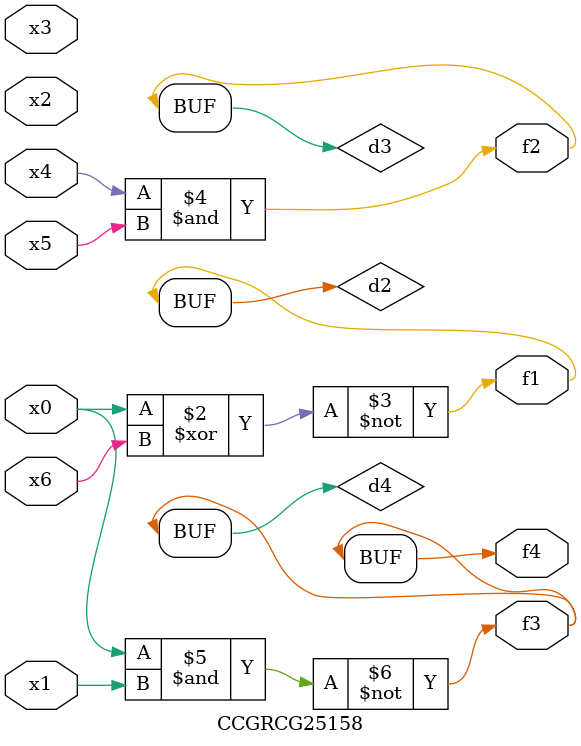
<source format=v>
module CCGRCG25158(
	input x0, x1, x2, x3, x4, x5, x6,
	output f1, f2, f3, f4
);

	wire d1, d2, d3, d4;

	nor (d1, x0);
	xnor (d2, x0, x6);
	and (d3, x4, x5);
	nand (d4, x0, x1);
	assign f1 = d2;
	assign f2 = d3;
	assign f3 = d4;
	assign f4 = d4;
endmodule

</source>
